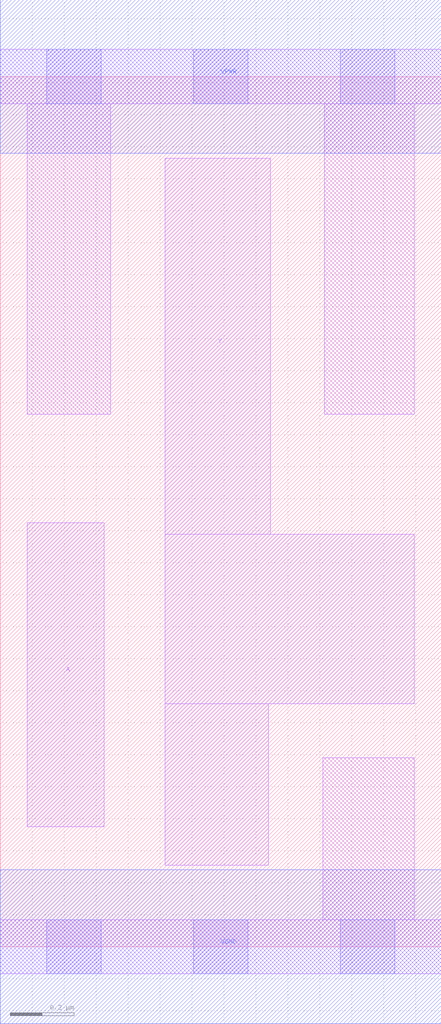
<source format=lef>
# Copyright 2020 The SkyWater PDK Authors
#
# Licensed under the Apache License, Version 2.0 (the "License");
# you may not use this file except in compliance with the License.
# You may obtain a copy of the License at
#
#     https://www.apache.org/licenses/LICENSE-2.0
#
# Unless required by applicable law or agreed to in writing, software
# distributed under the License is distributed on an "AS IS" BASIS,
# WITHOUT WARRANTIES OR CONDITIONS OF ANY KIND, either express or implied.
# See the License for the specific language governing permissions and
# limitations under the License.
#
# SPDX-License-Identifier: Apache-2.0

VERSION 5.7 ;
  NOWIREEXTENSIONATPIN ON ;
  DIVIDERCHAR "/" ;
  BUSBITCHARS "[]" ;
UNITS
  DATABASE MICRONS 200 ;
END UNITS
MACRO sky130_fd_sc_hd__clkinv_1
  CLASS CORE ;
  FOREIGN sky130_fd_sc_hd__clkinv_1 ;
  ORIGIN  0.000000  0.000000 ;
  SIZE  1.380000 BY  2.720000 ;
  SYMMETRY X Y R90 ;
  SITE unithd ;
  PIN A
    ANTENNAGATEAREA  0.315000 ;
    DIRECTION INPUT ;
    USE SIGNAL ;
    PORT
      LAYER li1 ;
        RECT 0.085000 0.375000 0.325000 1.325000 ;
    END
  END A
  PIN Y
    ANTENNADIFFAREA  0.336000 ;
    DIRECTION OUTPUT ;
    USE SIGNAL ;
    PORT
      LAYER li1 ;
        RECT 0.515000 0.255000 0.840000 0.760000 ;
        RECT 0.515000 0.760000 1.295000 1.290000 ;
        RECT 0.515000 1.290000 0.845000 2.465000 ;
    END
  END Y
  PIN VGND
    DIRECTION INOUT ;
    SHAPE ABUTMENT ;
    USE GROUND ;
    PORT
      LAYER met1 ;
        RECT 0.000000 -0.240000 1.380000 0.240000 ;
    END
  END VGND
  PIN VPWR
    DIRECTION INOUT ;
    SHAPE ABUTMENT ;
    USE POWER ;
    PORT
      LAYER met1 ;
        RECT 0.000000 2.480000 1.380000 2.960000 ;
    END
  END VPWR
  OBS
    LAYER li1 ;
      RECT 0.000000 -0.085000 1.380000 0.085000 ;
      RECT 0.000000  2.635000 1.380000 2.805000 ;
      RECT 0.085000  1.665000 0.345000 2.635000 ;
      RECT 1.010000  0.085000 1.295000 0.590000 ;
      RECT 1.015000  1.665000 1.295000 2.635000 ;
    LAYER mcon ;
      RECT 0.145000 -0.085000 0.315000 0.085000 ;
      RECT 0.145000  2.635000 0.315000 2.805000 ;
      RECT 0.605000 -0.085000 0.775000 0.085000 ;
      RECT 0.605000  2.635000 0.775000 2.805000 ;
      RECT 1.065000 -0.085000 1.235000 0.085000 ;
      RECT 1.065000  2.635000 1.235000 2.805000 ;
  END
END sky130_fd_sc_hd__clkinv_1
END LIBRARY

</source>
